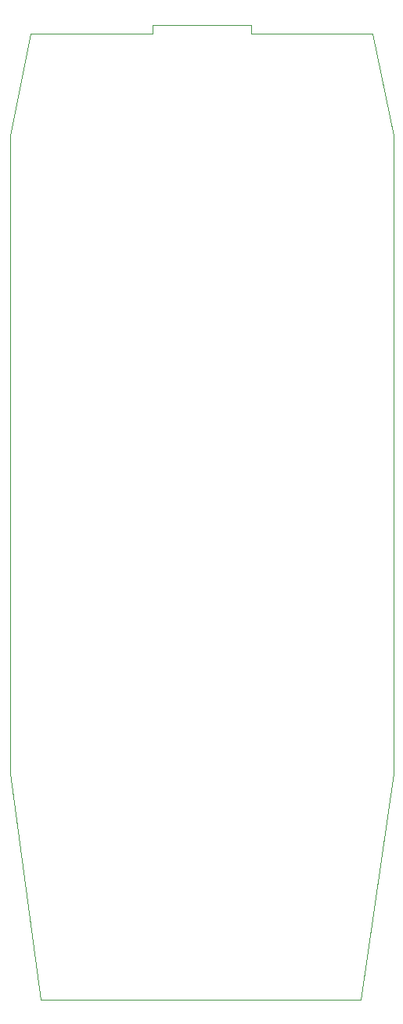
<source format=gm1>
%TF.GenerationSoftware,KiCad,Pcbnew,(5.1.9)-1*%
%TF.CreationDate,2021-01-14T19:29:22+00:00*%
%TF.ProjectId,Nokia_3310_Controller,4e6f6b69-615f-4333-9331-305f436f6e74,rev?*%
%TF.SameCoordinates,Original*%
%TF.FileFunction,Profile,NP*%
%FSLAX46Y46*%
G04 Gerber Fmt 4.6, Leading zero omitted, Abs format (unit mm)*
G04 Created by KiCad (PCBNEW (5.1.9)-1) date 2021-01-14 19:29:22*
%MOMM*%
%LPD*%
G01*
G04 APERTURE LIST*
%TA.AperFunction,Profile*%
%ADD10C,0.050000*%
%TD*%
G04 APERTURE END LIST*
D10*
X172700000Y-158400000D02*
X138100000Y-158400000D01*
X160900000Y-54000000D02*
X174000000Y-54000000D01*
X160900000Y-53000000D02*
X160900000Y-54000000D01*
X150200000Y-53000000D02*
X160900000Y-53000000D01*
X150200000Y-54000000D02*
X150200000Y-53000000D01*
X137000000Y-54000000D02*
X150200000Y-54000000D01*
X134750000Y-65000000D02*
X137000000Y-54000000D01*
X176250000Y-65000000D02*
X174000000Y-54000000D01*
X176250000Y-134000000D02*
X176250000Y-65000000D01*
X134750000Y-134000000D02*
X134750000Y-65000000D01*
X172700000Y-158400000D02*
X176250000Y-134000000D01*
X138100000Y-158400000D02*
X134750000Y-134000000D01*
M02*

</source>
